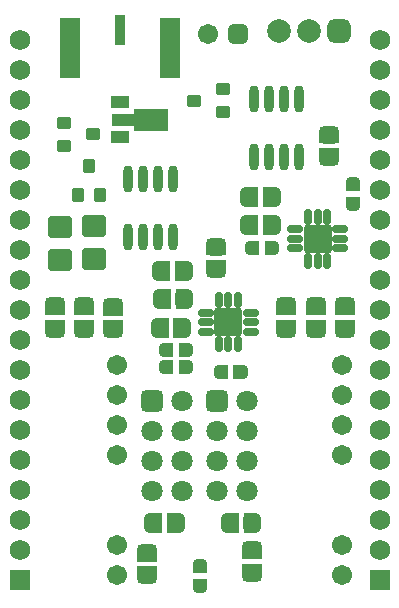
<source format=gts>
%FSAX24Y24*%
%MOIN*%
G70*
G01*
G75*
G04 Layer_Color=8388736*
G04:AMPARAMS|DCode=10|XSize=59.1mil|YSize=51.2mil|CornerRadius=12.8mil|HoleSize=0mil|Usage=FLASHONLY|Rotation=180.000|XOffset=0mil|YOffset=0mil|HoleType=Round|Shape=RoundedRectangle|*
%AMROUNDEDRECTD10*
21,1,0.0591,0.0256,0,0,180.0*
21,1,0.0335,0.0512,0,0,180.0*
1,1,0.0256,-0.0167,0.0128*
1,1,0.0256,0.0167,0.0128*
1,1,0.0256,0.0167,-0.0128*
1,1,0.0256,-0.0167,-0.0128*
%
%ADD10ROUNDEDRECTD10*%
%ADD11O,0.0236X0.0827*%
G04:AMPARAMS|DCode=12|XSize=17.7mil|YSize=43.3mil|CornerRadius=4.4mil|HoleSize=0mil|Usage=FLASHONLY|Rotation=180.000|XOffset=0mil|YOffset=0mil|HoleType=Round|Shape=RoundedRectangle|*
%AMROUNDEDRECTD12*
21,1,0.0177,0.0344,0,0,180.0*
21,1,0.0089,0.0433,0,0,180.0*
1,1,0.0089,-0.0044,0.0172*
1,1,0.0089,0.0044,0.0172*
1,1,0.0089,0.0044,-0.0172*
1,1,0.0089,-0.0044,-0.0172*
%
%ADD12ROUNDEDRECTD12*%
G04:AMPARAMS|DCode=13|XSize=84.6mil|YSize=84.6mil|CornerRadius=4.2mil|HoleSize=0mil|Usage=FLASHONLY|Rotation=90.000|XOffset=0mil|YOffset=0mil|HoleType=Round|Shape=RoundedRectangle|*
%AMROUNDEDRECTD13*
21,1,0.0846,0.0762,0,0,90.0*
21,1,0.0762,0.0846,0,0,90.0*
1,1,0.0085,0.0381,0.0381*
1,1,0.0085,0.0381,-0.0381*
1,1,0.0085,-0.0381,-0.0381*
1,1,0.0085,-0.0381,0.0381*
%
%ADD13ROUNDEDRECTD13*%
G04:AMPARAMS|DCode=14|XSize=17.7mil|YSize=43.3mil|CornerRadius=4.4mil|HoleSize=0mil|Usage=FLASHONLY|Rotation=270.000|XOffset=0mil|YOffset=0mil|HoleType=Round|Shape=RoundedRectangle|*
%AMROUNDEDRECTD14*
21,1,0.0177,0.0344,0,0,270.0*
21,1,0.0089,0.0433,0,0,270.0*
1,1,0.0089,-0.0172,-0.0044*
1,1,0.0089,-0.0172,0.0044*
1,1,0.0089,0.0172,0.0044*
1,1,0.0089,0.0172,-0.0044*
%
%ADD14ROUNDEDRECTD14*%
G04:AMPARAMS|DCode=15|XSize=39.4mil|YSize=39.4mil|CornerRadius=9.8mil|HoleSize=0mil|Usage=FLASHONLY|Rotation=0.000|XOffset=0mil|YOffset=0mil|HoleType=Round|Shape=RoundedRectangle|*
%AMROUNDEDRECTD15*
21,1,0.0394,0.0197,0,0,0.0*
21,1,0.0197,0.0394,0,0,0.0*
1,1,0.0197,0.0098,-0.0098*
1,1,0.0197,-0.0098,-0.0098*
1,1,0.0197,-0.0098,0.0098*
1,1,0.0197,0.0098,0.0098*
%
%ADD15ROUNDEDRECTD15*%
G04:AMPARAMS|DCode=16|XSize=39.4mil|YSize=39.4mil|CornerRadius=9.8mil|HoleSize=0mil|Usage=FLASHONLY|Rotation=90.000|XOffset=0mil|YOffset=0mil|HoleType=Round|Shape=RoundedRectangle|*
%AMROUNDEDRECTD16*
21,1,0.0394,0.0197,0,0,90.0*
21,1,0.0197,0.0394,0,0,90.0*
1,1,0.0197,0.0098,0.0098*
1,1,0.0197,0.0098,-0.0098*
1,1,0.0197,-0.0098,-0.0098*
1,1,0.0197,-0.0098,0.0098*
%
%ADD16ROUNDEDRECTD16*%
G04:AMPARAMS|DCode=17|XSize=59.1mil|YSize=51.2mil|CornerRadius=12.8mil|HoleSize=0mil|Usage=FLASHONLY|Rotation=270.000|XOffset=0mil|YOffset=0mil|HoleType=Round|Shape=RoundedRectangle|*
%AMROUNDEDRECTD17*
21,1,0.0591,0.0256,0,0,270.0*
21,1,0.0335,0.0512,0,0,270.0*
1,1,0.0256,-0.0128,-0.0167*
1,1,0.0256,-0.0128,0.0167*
1,1,0.0256,0.0128,0.0167*
1,1,0.0256,0.0128,-0.0167*
%
%ADD17ROUNDEDRECTD17*%
G04:AMPARAMS|DCode=18|XSize=32mil|YSize=40mil|CornerRadius=4mil|HoleSize=0mil|Usage=FLASHONLY|Rotation=90.000|XOffset=0mil|YOffset=0mil|HoleType=Round|Shape=RoundedRectangle|*
%AMROUNDEDRECTD18*
21,1,0.0320,0.0320,0,0,90.0*
21,1,0.0240,0.0400,0,0,90.0*
1,1,0.0080,0.0160,0.0120*
1,1,0.0080,0.0160,-0.0120*
1,1,0.0080,-0.0160,-0.0120*
1,1,0.0080,-0.0160,0.0120*
%
%ADD18ROUNDEDRECTD18*%
G04:AMPARAMS|DCode=19|XSize=32mil|YSize=40mil|CornerRadius=4mil|HoleSize=0mil|Usage=FLASHONLY|Rotation=0.000|XOffset=0mil|YOffset=0mil|HoleType=Round|Shape=RoundedRectangle|*
%AMROUNDEDRECTD19*
21,1,0.0320,0.0320,0,0,0.0*
21,1,0.0240,0.0400,0,0,0.0*
1,1,0.0080,0.0120,-0.0160*
1,1,0.0080,-0.0120,-0.0160*
1,1,0.0080,-0.0120,0.0160*
1,1,0.0080,0.0120,0.0160*
%
%ADD19ROUNDEDRECTD19*%
G04:AMPARAMS|DCode=20|XSize=70.9mil|YSize=65mil|CornerRadius=4.9mil|HoleSize=0mil|Usage=FLASHONLY|Rotation=0.000|XOffset=0mil|YOffset=0mil|HoleType=Round|Shape=RoundedRectangle|*
%AMROUNDEDRECTD20*
21,1,0.0709,0.0552,0,0,0.0*
21,1,0.0611,0.0650,0,0,0.0*
1,1,0.0097,0.0306,-0.0276*
1,1,0.0097,-0.0306,-0.0276*
1,1,0.0097,-0.0306,0.0276*
1,1,0.0097,0.0306,0.0276*
%
%ADD20ROUNDEDRECTD20*%
%ADD21R,0.0630X0.1929*%
%ADD22R,0.0276X0.0925*%
%ADD23R,0.0512X0.0354*%
%ADD24R,0.0748X0.0354*%
%ADD25R,0.1063X0.0669*%
%ADD26C,0.0118*%
%ADD27C,0.0100*%
%ADD28C,0.0079*%
%ADD29C,0.0197*%
%ADD30R,0.0591X0.0256*%
%ADD31R,0.0394X0.0217*%
%ADD32R,0.0217X0.0394*%
%ADD33R,0.0256X0.0591*%
%ADD34C,0.0600*%
%ADD35R,0.0600X0.0600*%
%ADD36C,0.0591*%
G04:AMPARAMS|DCode=37|XSize=63mil|YSize=63mil|CornerRadius=7.9mil|HoleSize=0mil|Usage=FLASHONLY|Rotation=270.000|XOffset=0mil|YOffset=0mil|HoleType=Round|Shape=RoundedRectangle|*
%AMROUNDEDRECTD37*
21,1,0.0630,0.0472,0,0,270.0*
21,1,0.0472,0.0630,0,0,270.0*
1,1,0.0157,-0.0236,-0.0236*
1,1,0.0157,-0.0236,0.0236*
1,1,0.0157,0.0236,0.0236*
1,1,0.0157,0.0236,-0.0236*
%
%ADD37ROUNDEDRECTD37*%
%ADD38C,0.0630*%
G04:AMPARAMS|DCode=39|XSize=59.1mil|YSize=59.1mil|CornerRadius=14.8mil|HoleSize=0mil|Usage=FLASHONLY|Rotation=180.000|XOffset=0mil|YOffset=0mil|HoleType=Round|Shape=RoundedRectangle|*
%AMROUNDEDRECTD39*
21,1,0.0591,0.0295,0,0,180.0*
21,1,0.0295,0.0591,0,0,180.0*
1,1,0.0295,-0.0148,0.0148*
1,1,0.0295,0.0148,0.0148*
1,1,0.0295,0.0148,-0.0148*
1,1,0.0295,-0.0148,-0.0148*
%
%ADD39ROUNDEDRECTD39*%
G04:AMPARAMS|DCode=40|XSize=70.9mil|YSize=70.9mil|CornerRadius=17.7mil|HoleSize=0mil|Usage=FLASHONLY|Rotation=180.000|XOffset=0mil|YOffset=0mil|HoleType=Round|Shape=RoundedRectangle|*
%AMROUNDEDRECTD40*
21,1,0.0709,0.0354,0,0,180.0*
21,1,0.0354,0.0709,0,0,180.0*
1,1,0.0354,-0.0177,0.0177*
1,1,0.0354,0.0177,0.0177*
1,1,0.0354,0.0177,-0.0177*
1,1,0.0354,-0.0177,-0.0177*
%
%ADD40ROUNDEDRECTD40*%
%ADD41C,0.0709*%
%ADD42C,0.0256*%
%ADD43C,0.0098*%
%ADD44C,0.0059*%
%ADD45C,0.0039*%
%ADD46R,0.0551X0.0472*%
%ADD47R,0.0226X0.0581*%
%ADD48R,0.0374X0.0384*%
%ADD49R,0.0384X0.0374*%
%ADD50R,0.0472X0.0551*%
%ADD51R,0.0394X0.0315*%
%ADD52R,0.0315X0.0394*%
%ADD53R,0.0669X0.0620*%
G04:AMPARAMS|DCode=54|XSize=21.7mil|YSize=47.2mil|CornerRadius=6.4mil|HoleSize=0mil|Usage=FLASHONLY|Rotation=180.000|XOffset=0mil|YOffset=0mil|HoleType=Round|Shape=RoundedRectangle|*
%AMROUNDEDRECTD54*
21,1,0.0217,0.0344,0,0,180.0*
21,1,0.0089,0.0472,0,0,180.0*
1,1,0.0128,-0.0044,0.0172*
1,1,0.0128,0.0044,0.0172*
1,1,0.0128,0.0044,-0.0172*
1,1,0.0128,-0.0044,-0.0172*
%
%ADD54ROUNDEDRECTD54*%
G04:AMPARAMS|DCode=55|XSize=88.6mil|YSize=88.6mil|CornerRadius=6.2mil|HoleSize=0mil|Usage=FLASHONLY|Rotation=90.000|XOffset=0mil|YOffset=0mil|HoleType=Round|Shape=RoundedRectangle|*
%AMROUNDEDRECTD55*
21,1,0.0886,0.0762,0,0,90.0*
21,1,0.0762,0.0886,0,0,90.0*
1,1,0.0124,0.0381,0.0381*
1,1,0.0124,0.0381,-0.0381*
1,1,0.0124,-0.0381,-0.0381*
1,1,0.0124,-0.0381,0.0381*
%
%ADD55ROUNDEDRECTD55*%
G04:AMPARAMS|DCode=56|XSize=21.7mil|YSize=47.2mil|CornerRadius=6.4mil|HoleSize=0mil|Usage=FLASHONLY|Rotation=270.000|XOffset=0mil|YOffset=0mil|HoleType=Round|Shape=RoundedRectangle|*
%AMROUNDEDRECTD56*
21,1,0.0217,0.0344,0,0,270.0*
21,1,0.0089,0.0472,0,0,270.0*
1,1,0.0128,-0.0172,-0.0044*
1,1,0.0128,-0.0172,0.0044*
1,1,0.0128,0.0172,0.0044*
1,1,0.0128,0.0172,-0.0044*
%
%ADD56ROUNDEDRECTD56*%
%ADD57R,0.0669X0.1969*%
%ADD58R,0.0315X0.0965*%
%ADD59R,0.0551X0.0394*%
%ADD60R,0.0787X0.0394*%
%ADD61R,0.1102X0.0709*%
G04:AMPARAMS|DCode=62|XSize=67.1mil|YSize=59.2mil|CornerRadius=16.8mil|HoleSize=0mil|Usage=FLASHONLY|Rotation=180.000|XOffset=0mil|YOffset=0mil|HoleType=Round|Shape=RoundedRectangle|*
%AMROUNDEDRECTD62*
21,1,0.0671,0.0256,0,0,180.0*
21,1,0.0335,0.0592,0,0,180.0*
1,1,0.0336,-0.0167,0.0128*
1,1,0.0336,0.0167,0.0128*
1,1,0.0336,0.0167,-0.0128*
1,1,0.0336,-0.0167,-0.0128*
%
%ADD62ROUNDEDRECTD62*%
%ADD63O,0.0316X0.0907*%
G04:AMPARAMS|DCode=64|XSize=25.7mil|YSize=51.3mil|CornerRadius=8.4mil|HoleSize=0mil|Usage=FLASHONLY|Rotation=180.000|XOffset=0mil|YOffset=0mil|HoleType=Round|Shape=RoundedRectangle|*
%AMROUNDEDRECTD64*
21,1,0.0257,0.0344,0,0,180.0*
21,1,0.0089,0.0513,0,0,180.0*
1,1,0.0169,-0.0044,0.0172*
1,1,0.0169,0.0044,0.0172*
1,1,0.0169,0.0044,-0.0172*
1,1,0.0169,-0.0044,-0.0172*
%
%ADD64ROUNDEDRECTD64*%
G04:AMPARAMS|DCode=65|XSize=92.6mil|YSize=92.6mil|CornerRadius=8.2mil|HoleSize=0mil|Usage=FLASHONLY|Rotation=90.000|XOffset=0mil|YOffset=0mil|HoleType=Round|Shape=RoundedRectangle|*
%AMROUNDEDRECTD65*
21,1,0.0926,0.0762,0,0,90.0*
21,1,0.0762,0.0926,0,0,90.0*
1,1,0.0165,0.0381,0.0381*
1,1,0.0165,0.0381,-0.0381*
1,1,0.0165,-0.0381,-0.0381*
1,1,0.0165,-0.0381,0.0381*
%
%ADD65ROUNDEDRECTD65*%
G04:AMPARAMS|DCode=66|XSize=25.7mil|YSize=51.3mil|CornerRadius=8.4mil|HoleSize=0mil|Usage=FLASHONLY|Rotation=270.000|XOffset=0mil|YOffset=0mil|HoleType=Round|Shape=RoundedRectangle|*
%AMROUNDEDRECTD66*
21,1,0.0257,0.0344,0,0,270.0*
21,1,0.0089,0.0513,0,0,270.0*
1,1,0.0169,-0.0172,-0.0044*
1,1,0.0169,-0.0172,0.0044*
1,1,0.0169,0.0172,0.0044*
1,1,0.0169,0.0172,-0.0044*
%
%ADD66ROUNDEDRECTD66*%
G04:AMPARAMS|DCode=67|XSize=45.4mil|YSize=45.4mil|CornerRadius=12.8mil|HoleSize=0mil|Usage=FLASHONLY|Rotation=0.000|XOffset=0mil|YOffset=0mil|HoleType=Round|Shape=RoundedRectangle|*
%AMROUNDEDRECTD67*
21,1,0.0454,0.0197,0,0,0.0*
21,1,0.0197,0.0454,0,0,0.0*
1,1,0.0257,0.0098,-0.0098*
1,1,0.0257,-0.0098,-0.0098*
1,1,0.0257,-0.0098,0.0098*
1,1,0.0257,0.0098,0.0098*
%
%ADD67ROUNDEDRECTD67*%
G04:AMPARAMS|DCode=68|XSize=45.4mil|YSize=45.4mil|CornerRadius=12.8mil|HoleSize=0mil|Usage=FLASHONLY|Rotation=90.000|XOffset=0mil|YOffset=0mil|HoleType=Round|Shape=RoundedRectangle|*
%AMROUNDEDRECTD68*
21,1,0.0454,0.0197,0,0,90.0*
21,1,0.0197,0.0454,0,0,90.0*
1,1,0.0257,0.0098,0.0098*
1,1,0.0257,0.0098,-0.0098*
1,1,0.0257,-0.0098,-0.0098*
1,1,0.0257,-0.0098,0.0098*
%
%ADD68ROUNDEDRECTD68*%
G04:AMPARAMS|DCode=69|XSize=67.1mil|YSize=59.2mil|CornerRadius=16.8mil|HoleSize=0mil|Usage=FLASHONLY|Rotation=270.000|XOffset=0mil|YOffset=0mil|HoleType=Round|Shape=RoundedRectangle|*
%AMROUNDEDRECTD69*
21,1,0.0671,0.0256,0,0,270.0*
21,1,0.0335,0.0592,0,0,270.0*
1,1,0.0336,-0.0128,-0.0167*
1,1,0.0336,-0.0128,0.0167*
1,1,0.0336,0.0128,0.0167*
1,1,0.0336,0.0128,-0.0167*
%
%ADD69ROUNDEDRECTD69*%
G04:AMPARAMS|DCode=70|XSize=40mil|YSize=48mil|CornerRadius=8mil|HoleSize=0mil|Usage=FLASHONLY|Rotation=90.000|XOffset=0mil|YOffset=0mil|HoleType=Round|Shape=RoundedRectangle|*
%AMROUNDEDRECTD70*
21,1,0.0400,0.0320,0,0,90.0*
21,1,0.0240,0.0480,0,0,90.0*
1,1,0.0160,0.0160,0.0120*
1,1,0.0160,0.0160,-0.0120*
1,1,0.0160,-0.0160,-0.0120*
1,1,0.0160,-0.0160,0.0120*
%
%ADD70ROUNDEDRECTD70*%
G04:AMPARAMS|DCode=71|XSize=40mil|YSize=48mil|CornerRadius=8mil|HoleSize=0mil|Usage=FLASHONLY|Rotation=0.000|XOffset=0mil|YOffset=0mil|HoleType=Round|Shape=RoundedRectangle|*
%AMROUNDEDRECTD71*
21,1,0.0400,0.0320,0,0,0.0*
21,1,0.0240,0.0480,0,0,0.0*
1,1,0.0160,0.0120,-0.0160*
1,1,0.0160,-0.0120,-0.0160*
1,1,0.0160,-0.0120,0.0160*
1,1,0.0160,0.0120,0.0160*
%
%ADD71ROUNDEDRECTD71*%
G04:AMPARAMS|DCode=72|XSize=78.9mil|YSize=73mil|CornerRadius=8.9mil|HoleSize=0mil|Usage=FLASHONLY|Rotation=0.000|XOffset=0mil|YOffset=0mil|HoleType=Round|Shape=RoundedRectangle|*
%AMROUNDEDRECTD72*
21,1,0.0789,0.0552,0,0,0.0*
21,1,0.0611,0.0730,0,0,0.0*
1,1,0.0177,0.0306,-0.0276*
1,1,0.0177,-0.0306,-0.0276*
1,1,0.0177,-0.0306,0.0276*
1,1,0.0177,0.0306,0.0276*
%
%ADD72ROUNDEDRECTD72*%
%ADD73R,0.0710X0.2009*%
%ADD74R,0.0356X0.1005*%
%ADD75R,0.0592X0.0434*%
%ADD76R,0.0828X0.0434*%
%ADD77R,0.1143X0.0749*%
%ADD78R,0.0671X0.0336*%
%ADD79R,0.0454X0.0277*%
%ADD80R,0.0277X0.0454*%
%ADD81R,0.0336X0.0671*%
%ADD82C,0.0680*%
%ADD83R,0.0680X0.0680*%
%ADD84C,0.0671*%
G04:AMPARAMS|DCode=85|XSize=71mil|YSize=71mil|CornerRadius=11.9mil|HoleSize=0mil|Usage=FLASHONLY|Rotation=270.000|XOffset=0mil|YOffset=0mil|HoleType=Round|Shape=RoundedRectangle|*
%AMROUNDEDRECTD85*
21,1,0.0710,0.0472,0,0,270.0*
21,1,0.0472,0.0710,0,0,270.0*
1,1,0.0237,-0.0236,-0.0236*
1,1,0.0237,-0.0236,0.0236*
1,1,0.0237,0.0236,0.0236*
1,1,0.0237,0.0236,-0.0236*
%
%ADD85ROUNDEDRECTD85*%
%ADD86C,0.0710*%
G04:AMPARAMS|DCode=87|XSize=67.1mil|YSize=67.1mil|CornerRadius=18.8mil|HoleSize=0mil|Usage=FLASHONLY|Rotation=180.000|XOffset=0mil|YOffset=0mil|HoleType=Round|Shape=RoundedRectangle|*
%AMROUNDEDRECTD87*
21,1,0.0671,0.0295,0,0,180.0*
21,1,0.0295,0.0671,0,0,180.0*
1,1,0.0375,-0.0148,0.0148*
1,1,0.0375,0.0148,0.0148*
1,1,0.0375,0.0148,-0.0148*
1,1,0.0375,-0.0148,-0.0148*
%
%ADD87ROUNDEDRECTD87*%
G04:AMPARAMS|DCode=88|XSize=78.9mil|YSize=78.9mil|CornerRadius=21.7mil|HoleSize=0mil|Usage=FLASHONLY|Rotation=180.000|XOffset=0mil|YOffset=0mil|HoleType=Round|Shape=RoundedRectangle|*
%AMROUNDEDRECTD88*
21,1,0.0789,0.0354,0,0,180.0*
21,1,0.0354,0.0789,0,0,180.0*
1,1,0.0434,-0.0177,0.0177*
1,1,0.0434,0.0177,0.0177*
1,1,0.0434,0.0177,-0.0177*
1,1,0.0434,-0.0177,-0.0177*
%
%ADD88ROUNDEDRECTD88*%
%ADD89C,0.0789*%
%ADD90C,0.0336*%
D62*
X048091Y029350D02*
D03*
Y028602D02*
D03*
X044606Y029272D02*
D03*
Y028524D02*
D03*
X041526Y036732D02*
D03*
Y037480D02*
D03*
X051181Y036732D02*
D03*
Y037480D02*
D03*
X042500Y036732D02*
D03*
Y037480D02*
D03*
X050217Y036732D02*
D03*
Y037480D02*
D03*
X043465Y036722D02*
D03*
Y037470D02*
D03*
X049232Y036732D02*
D03*
Y037480D02*
D03*
X050669Y042461D02*
D03*
Y043209D02*
D03*
X046900Y038730D02*
D03*
Y039478D02*
D03*
D63*
X048167Y042461D02*
D03*
X048667D02*
D03*
X049167D02*
D03*
X049667D02*
D03*
X048167Y044390D02*
D03*
X048667D02*
D03*
X049167D02*
D03*
X049667D02*
D03*
X043974Y039793D02*
D03*
X044474D02*
D03*
X044974D02*
D03*
X045474D02*
D03*
X043974Y041722D02*
D03*
X044474D02*
D03*
X044974D02*
D03*
X045474D02*
D03*
D64*
X049970Y038992D02*
D03*
X050285D02*
D03*
X050600D02*
D03*
X049970Y040472D02*
D03*
X050285D02*
D03*
X050600D02*
D03*
X046998Y036217D02*
D03*
X047313D02*
D03*
X047628D02*
D03*
X046998Y037697D02*
D03*
X047313D02*
D03*
X047628D02*
D03*
D65*
X050285Y039732D02*
D03*
X047313Y036957D02*
D03*
D66*
X051026Y040047D02*
D03*
Y039732D02*
D03*
Y039417D02*
D03*
X049545D02*
D03*
Y039732D02*
D03*
Y040047D02*
D03*
X048053Y037272D02*
D03*
Y036957D02*
D03*
Y036642D02*
D03*
X046573D02*
D03*
Y036957D02*
D03*
Y037272D02*
D03*
D67*
X051476Y040896D02*
D03*
Y041565D02*
D03*
X046358Y028829D02*
D03*
Y028159D02*
D03*
D68*
X047717Y035305D02*
D03*
X047047D02*
D03*
X045896Y035463D02*
D03*
X045226D02*
D03*
X048760Y039439D02*
D03*
X048091D02*
D03*
X045896Y036033D02*
D03*
X045226D02*
D03*
D69*
X044803Y030266D02*
D03*
X045551D02*
D03*
X048110D02*
D03*
X047362D02*
D03*
X048760Y041132D02*
D03*
X048012D02*
D03*
X045827Y038661D02*
D03*
X045079D02*
D03*
X045846Y037717D02*
D03*
X045098D02*
D03*
X045020Y036772D02*
D03*
X045768D02*
D03*
X048002Y040207D02*
D03*
X048750D02*
D03*
D70*
X046174Y044341D02*
D03*
X047134Y044715D02*
D03*
Y043967D02*
D03*
X041833Y043593D02*
D03*
Y042844D02*
D03*
X042793Y043218D02*
D03*
D71*
X042667Y042163D02*
D03*
X043041Y041203D02*
D03*
X042293D02*
D03*
D72*
X041693Y040138D02*
D03*
Y039035D02*
D03*
X042835Y040167D02*
D03*
Y039065D02*
D03*
D73*
X042028Y046083D02*
D03*
X045374D02*
D03*
D74*
X043701Y046703D02*
D03*
D75*
X043705Y044301D02*
D03*
Y043120D02*
D03*
D76*
X043823Y043711D02*
D03*
D77*
X044728D02*
D03*
D78*
X048091Y029222D02*
D03*
Y028730D02*
D03*
X044606Y029144D02*
D03*
Y028652D02*
D03*
X041526Y036860D02*
D03*
Y037352D02*
D03*
X051181Y036860D02*
D03*
Y037352D02*
D03*
X042500Y036860D02*
D03*
Y037352D02*
D03*
X050217Y036860D02*
D03*
Y037352D02*
D03*
X043465Y036850D02*
D03*
Y037343D02*
D03*
X049232Y036860D02*
D03*
Y037352D02*
D03*
X050669Y042589D02*
D03*
Y043081D02*
D03*
X046900Y038858D02*
D03*
Y039350D02*
D03*
D79*
X051476Y041457D02*
D03*
Y041004D02*
D03*
X046358Y028268D02*
D03*
Y028720D02*
D03*
D80*
X047156Y035305D02*
D03*
X047608D02*
D03*
X045335Y035463D02*
D03*
X045787D02*
D03*
X048199Y039439D02*
D03*
X048652D02*
D03*
X045335Y036033D02*
D03*
X045787D02*
D03*
D81*
X044931Y030266D02*
D03*
X045423D02*
D03*
X047982D02*
D03*
X047490D02*
D03*
X048632Y041132D02*
D03*
X048140D02*
D03*
X045699Y038661D02*
D03*
X045207D02*
D03*
X045718Y037717D02*
D03*
X045226D02*
D03*
X045148Y036772D02*
D03*
X045640D02*
D03*
X048130Y040207D02*
D03*
X048622D02*
D03*
D82*
X052362Y029346D02*
D03*
Y030346D02*
D03*
Y031346D02*
D03*
Y032346D02*
D03*
Y033346D02*
D03*
Y034346D02*
D03*
Y035346D02*
D03*
Y036346D02*
D03*
Y037346D02*
D03*
Y038346D02*
D03*
Y039346D02*
D03*
Y040346D02*
D03*
Y041346D02*
D03*
Y042346D02*
D03*
Y043346D02*
D03*
Y044346D02*
D03*
Y045346D02*
D03*
Y046346D02*
D03*
X040354Y029346D02*
D03*
Y030346D02*
D03*
Y031346D02*
D03*
Y032346D02*
D03*
Y033346D02*
D03*
Y034346D02*
D03*
Y035346D02*
D03*
Y036346D02*
D03*
Y037346D02*
D03*
Y038346D02*
D03*
Y039346D02*
D03*
Y040346D02*
D03*
Y041346D02*
D03*
Y042346D02*
D03*
Y043346D02*
D03*
Y044346D02*
D03*
Y045346D02*
D03*
Y046346D02*
D03*
D83*
X052362Y028346D02*
D03*
X040354D02*
D03*
D84*
X051083Y035543D02*
D03*
Y034543D02*
D03*
Y033543D02*
D03*
Y032543D02*
D03*
Y029543D02*
D03*
Y028543D02*
D03*
X046638Y046555D02*
D03*
X043602Y035528D02*
D03*
Y034528D02*
D03*
Y033528D02*
D03*
Y032528D02*
D03*
Y029528D02*
D03*
Y028528D02*
D03*
D85*
X044776Y034325D02*
D03*
X046941D02*
D03*
D86*
X045776D02*
D03*
X044776Y033325D02*
D03*
X045776D02*
D03*
X044776Y032325D02*
D03*
X045776D02*
D03*
X044776Y031325D02*
D03*
X045776D02*
D03*
X047941Y034325D02*
D03*
X046941Y033325D02*
D03*
X047941D02*
D03*
X046941Y032325D02*
D03*
X047941D02*
D03*
X046941Y031325D02*
D03*
X047941D02*
D03*
D87*
X047638Y046555D02*
D03*
D88*
X051000Y046654D02*
D03*
D89*
X050000D02*
D03*
X049000D02*
D03*
D90*
X050010Y040008D02*
D03*
Y039457D02*
D03*
X050561D02*
D03*
Y040008D02*
D03*
X047037Y037232D02*
D03*
Y036681D02*
D03*
X047589D02*
D03*
Y037232D02*
D03*
M02*

</source>
